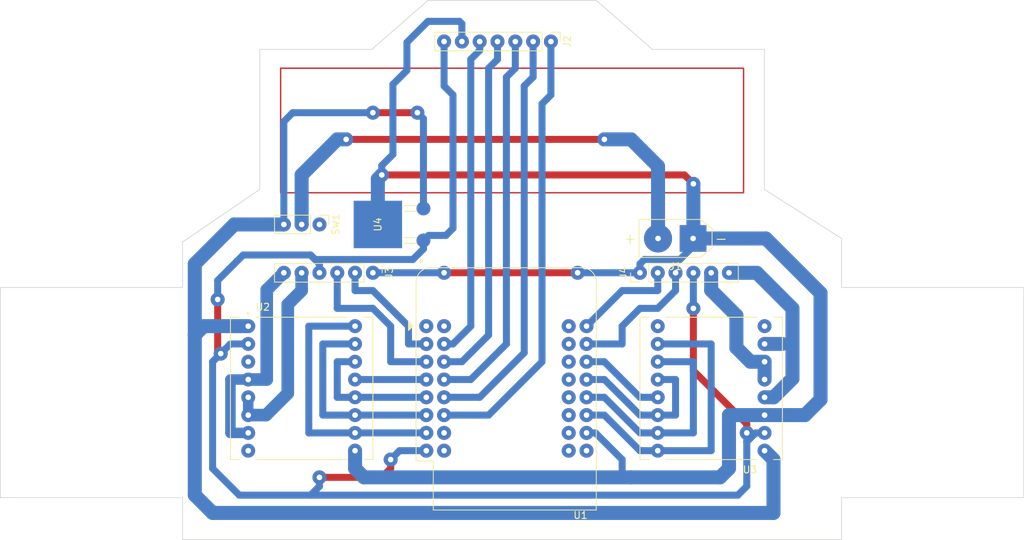
<source format=kicad_pcb>
(kicad_pcb (version 20221018) (generator pcbnew)
  (layers (0 "F.Cu" signal) (31 "B.Cu" signal) (34 "B.Paste" user) (35 "F.Paste" user) (36 "B.SilkS" user "B.Silkscreen") (37 "F.SilkS" user "F.Silkscreen") (38 "B.Mask" user) (39 "F.Mask" user) (44 "Edge.Cuts" user))
  (net 0 "")
  (net 2 "GND")
  (net 3 "BATT")
  (net 4 "OUTB_LEFT")
  (net 5 "OUTA_LEFT")
  (net 6 "STBY_LEFT")
  (net 7 "IN2_LEFT")
  (net 9 "IN1_LEFT")
  (net 10 "+3.3V")
  (net 11 "PWM_RIGH")
  (net 12 "IN1_RIGH")
  (net 13 "IN2_RIGH")
  (net 14 "STBY_RIGH")
  (net 15 "OUTA_RIGH")
  (net 17 "OUTB_RIGH")
  (net 18 "ADC")
  (net 19 "MUX1")
  (net 20 "MUX2")
  (net 21 "MUX3")
  (net 22 "MUX4")
  (net 31 "PWM_LEFT")
  (net 32 "M1_LEFT")
  (net 33 "M2_LEFT")
  (net 34 "M1_RIGH")
  (net 35 "M2_RIGH")
  (net 37 "Net-(J1-Pin_2)")
  (footprint "Footprint:TB6612FNG_MODULE" (layer "F.Cu") (at 152.4 105.41 180)
    (fp_text reference "U3" (at -5.5332 -11.6132) (layer "F.SilkS"))
    (fp_text value "MOTOR_RIGH")
    (fp_line (start -10.16 -10.16) (end -10.16 10.16) (stroke (width 0.127)) (layer "F.SilkS"))
    (fp_line (start -8.89 -10.16) (end -10.16 -10.16) (stroke (width 0.127)) (layer "F.SilkS"))
    (fp_line (start -8.89 10.16) (end -10.16 10.16) (stroke (width 0.127)) (layer "F.SilkS"))
    (fp_line (start -6.5 -10.16) (end 6.5 -10.16) (stroke (width 0.127)) (layer "F.SilkS"))
    (fp_line (start -6.5 10.16) (end 6.5 10.16) (stroke (width 0.127)) (layer "F.SilkS"))
    (fp_line (start 8.89 -10.16) (end 10.16 -10.16) (stroke (width 0.127)) (layer "F.SilkS"))
    (fp_line (start 8.89 10.16) (end 10.16 10.16) (stroke (width 0.127)) (layer "F.SilkS"))
    (fp_line (start 10.16 10.16) (end 10.16 -10.16) (stroke (width 0.127)) (layer "F.SilkS"))
    (fp_circle (center -7.62 -10.7282) (end -7.52 -10.7282) (stroke (width 0.2)) (fill none) (layer "F.SilkS"))
    (pad "1" thru_hole circle (at -7.62 -8.89 180) (size 1.98 1.98) (drill 0.8) (layers "*.Cu" "*.Mask") (net 3 "BATT"))
    (pad "2" thru_hole circle (at -7.62 -6.35 180) (size 1.98 1.98) (drill 0.8) (layers "*.Cu" "*.Mask") (net 10 "+3.3V"))
    (pad "3" thru_hole circle (at -7.62 -3.81 180) (size 1.98 1.98) (drill 0.8) (layers "*.Cu" "*.Mask") (net 2 "GND"))
    (pad "4" thru_hole circle (at -7.62 -1.27 180) (size 1.98 1.98) (drill 0.8) (layers "*.Cu" "*.Mask") (net 34 "M1_RIGH"))
    (pad "5" thru_hole circle (at -7.62 1.27 180) (size 1.98 1.98) (drill 0.8) (layers "*.Cu" "*.Mask") (net 35 "M2_RIGH"))
    (pad "6" thru_hole circle (at -7.62 3.81 180) (size 1.98 1.98) (drill 0.8) (layers "*.Cu" "*.Mask") (net 35 "M2_RIGH"))
    (pad "7" thru_hole circle (at -7.62 6.35 180) (size 1.98 1.98) (drill 0.8) (layers "*.Cu" "*.Mask") (net 34 "M1_RIGH"))
    (pad "8" thru_hole circle (at -7.62 8.89 180) (size 1.98 1.98) (drill 0.8) (layers "*.Cu" "*.Mask") (net 2 "GND"))
    (pad "9" thru_hole circle (at 7.62 8.89 180) (size 1.98 1.98) (drill 0.8) (layers "*.Cu" "*.Mask") (net 2 "GND"))
    (pad "10" thru_hole circle (at 7.62 6.35 180) (size 1.98 1.98) (drill 0.8) (layers "*.Cu" "*.Mask") (net 11 "PWM_RIGH"))
    (pad "11" thru_hole circle (at 7.62 3.81 180) (size 1.98 1.98) (drill 0.8) (layers "*.Cu" "*.Mask") (net 13 "IN2_RIGH"))
    (pad "12" thru_hole circle (at 7.62 1.27 180) (size 1.98 1.98) (drill 0.8) (layers "*.Cu" "*.Mask") (net 12 "IN1_RIGH"))
    (pad "13" thru_hole circle (at 7.62 -1.27 180) (size 1.98 1.98) (drill 0.8) (layers "*.Cu" "*.Mask") (net 14 "STBY_RIGH"))
    (pad "14" thru_hole circle (at 7.62 -3.81 180) (size 1.98 1.98) (drill 0.8) (layers "*.Cu" "*.Mask") (net 12 "IN1_RIGH"))
    (pad "15" thru_hole circle (at 7.62 -6.35 180) (size 1.98 1.98) (drill 0.8) (layers "*.Cu" "*.Mask") (net 13 "IN2_RIGH"))
    (pad "16" thru_hole circle (at 7.62 -8.89 180) (size 1.98 1.98) (drill 0.8) (layers "*.Cu" "*.Mask") (net 11 "PWM_RIGH"))
  )
  (footprint "Connectors_XT30-60:AMASS_XT30U-F_1x02_P5.0mm_Vertical" (layer "F.Cu") (at 149.82 84 180)
    (fp_text reference "J1" (at 2.5 -4) (layer "F.SilkS"))
    (fp_text value "BATT")
    (fp_text user "-" (at -4 0) (layer "F.SilkS") (effects (font (size 1.5 1.5))))
    (fp_text user "+" (at 9 0) (layer "F.SilkS") (effects (font (size 1.5 1.5))))
    (fp_line (start -2.71 -1.41) (end -2.71 1.41) (stroke (width 0.12)) (layer "F.SilkS"))
    (fp_line (start -2.71 -1.41) (end -1.01 -2.71) (stroke (width 0.12)) (layer "F.SilkS"))
    (fp_line (start -2.71 1.41) (end -1.01 2.71) (stroke (width 0.12)) (layer "F.SilkS"))
    (fp_line (start -1.01 -2.71) (end 7.71 -2.71) (stroke (width 0.12)) (layer "F.SilkS"))
    (fp_line (start -1.01 2.71) (end 7.71 2.71) (stroke (width 0.12)) (layer "F.SilkS"))
    (fp_line (start 7.71 -2.71) (end 7.71 2.71) (stroke (width 0.12)) (layer "F.SilkS"))
    (pad "1" thru_hole rect (at 0 0 180) (size 3.8 3.8) (drill 0.8) (layers "*.Cu" "*.Mask") (net 2 "GND"))
    (pad "2" thru_hole circle (at 5 0 180) (size 4 4) (drill 0.8) (layers "*.Cu" "*.Mask") (net 37 "Net-(J1-Pin_2)"))
  )
  (footprint "Connector_PinHeader_2.54mm:PinHeader_1x06_P2.54mm_Vertical" (layer "F.Cu") (at 142.24 88.9 90)
    (fp_text reference "J4" (at 0 -2.33 90) (layer "F.SilkS"))
    (fp_text value "ENODER_RIGH")
    (fp_line (start -1.33 -1.33) (end 0 -1.33) (stroke (width 0.12)) (layer "F.SilkS"))
    (fp_line (start -1.33 0) (end -1.33 -1.33) (stroke (width 0.12)) (layer "F.SilkS"))
    (fp_line (start -1.33 1.27) (end -1.33 14.03) (stroke (width 0.12)) (layer "F.SilkS"))
    (fp_line (start -1.33 1.27) (end 1.33 1.27) (stroke (width 0.12)) (layer "F.SilkS"))
    (fp_line (start -1.33 14.03) (end 1.33 14.03) (stroke (width 0.12)) (layer "F.SilkS"))
    (fp_line (start 1.33 1.27) (end 1.33 14.03) (stroke (width 0.12)) (layer "F.SilkS"))
    (pad "1" thru_hole circle (at 0 0 90) (size 2 2) (drill 0.8) (layers "*.Cu" "*.Mask") (net 2 "GND"))
    (pad "2" thru_hole circle (at 0 2.54 90) (size 2 2) (drill 0.8) (layers "*.Cu" "*.Mask") (net 17 "OUTB_RIGH"))
    (pad "3" thru_hole circle (at 0 5.08 90) (size 2 2) (drill 0.8) (layers "*.Cu" "*.Mask") (net 15 "OUTA_RIGH"))
    (pad "4" thru_hole circle (at 0 7.62 90) (size 2 2) (drill 0.8) (layers "*.Cu" "*.Mask") (net 10 "+3.3V"))
    (pad "5" thru_hole circle (at 0 10.16 90) (size 2 2) (drill 0.8) (layers "*.Cu" "*.Mask") (net 35 "M2_RIGH"))
    (pad "6" thru_hole circle (at 0 12.7 90) (size 2 2) (drill 0.8) (layers "*.Cu" "*.Mask") (net 34 "M1_RIGH"))
  )
  (footprint "Connector_PinHeader_2.54mm:PinHeader_1x03_P2.54mm_Vertical" (layer "F.Cu") (at 96.525 82 -90)
    (fp_text reference "SW1" (at 0 -2.33 90) (layer "F.SilkS"))
    (fp_text value "Switch")
    (fp_line (start -1.33 -1.33) (end 0 -1.33) (stroke (width 0.12)) (layer "F.SilkS"))
    (fp_line (start -1.33 0) (end -1.33 -1.33) (stroke (width 0.12)) (layer "F.SilkS"))
    (fp_line (start -1.33 1.27) (end -1.33 6.41) (stroke (width 0.12)) (layer "F.SilkS"))
    (fp_line (start -1.33 1.27) (end 1.33 1.27) (stroke (width 0.12)) (layer "F.SilkS"))
    (fp_line (start -1.33 6.41) (end 1.33 6.41) (stroke (width 0.12)) (layer "F.SilkS"))
    (fp_line (start 1.33 1.27) (end 1.33 6.41) (stroke (width 0.12)) (layer "F.SilkS"))
    (pad "1" thru_hole circle (at 0 0 270) (size 2 2) (drill 0.8) (layers "*.Cu" "*.Mask"))
    (pad "2" thru_hole circle (at 0 2.54 270) (size 2 2) (drill 0.8) (layers "*.Cu" "*.Mask") (net 37 "Net-(J1-Pin_2)"))
    (pad "3" thru_hole circle (at 0 5.08 270) (size 2 2) (drill 0.8) (layers "*.Cu" "*.Mask") (net 3 "BATT"))
  )
  (footprint "Footprint:TB6612FNG_MODULE" (layer "F.Cu") (at 93.98 105.41)
    (fp_text reference "U2" (at -5.5332 -11.6132) (layer "F.SilkS"))
    (fp_text value "MOTOR_LEFT")
    (fp_line (start -10.16 -10.16) (end -10.16 10.16) (stroke (width 0.127)) (layer "F.SilkS"))
    (fp_line (start -8.89 -10.16) (end -10.16 -10.16) (stroke (width 0.127)) (layer "F.SilkS"))
    (fp_line (start -8.89 10.16) (end -10.16 10.16) (stroke (width 0.127)) (layer "F.SilkS"))
    (fp_line (start -6.5 -10.16) (end 6.5 -10.16) (stroke (width 0.127)) (layer "F.SilkS"))
    (fp_line (start -6.5 10.16) (end 6.5 10.16) (stroke (width 0.127)) (layer "F.SilkS"))
    (fp_line (start 8.89 -10.16) (end 10.16 -10.16) (stroke (width 0.127)) (layer "F.SilkS"))
    (fp_line (start 8.89 10.16) (end 10.16 10.16) (stroke (width 0.127)) (layer "F.SilkS"))
    (fp_line (start 10.16 10.16) (end 10.16 -10.16) (stroke (width 0.127)) (layer "F.SilkS"))
    (fp_circle (center -7.62 -10.7282) (end -7.52 -10.7282) (stroke (width 0.2)) (fill none) (layer "F.SilkS"))
    (pad "1" thru_hole circle (at -7.62 -8.89) (size 1.98 1.98) (drill 0.8) (layers "*.Cu" "*.Mask") (net 3 "BATT"))
    (pad "2" thru_hole circle (at -7.62 -6.35) (size 1.98 1.98) (drill 0.8) (layers "*.Cu" "*.Mask") (net 10 "+3.3V"))
    (pad "3" thru_hole circle (at -7.62 -3.81) (size 1.98 1.98) (drill 0.8) (layers "*.Cu" "*.Mask") (net 2 "GND"))
    (pad "4" thru_hole circle (at -7.62 -1.27) (size 1.98 1.98) (drill 0.8) (layers "*.Cu" "*.Mask") (net 32 "M1_LEFT"))
    (pad "5" thru_hole circle (at -7.62 1.27) (size 1.98 1.98) (drill 0.8) (layers "*.Cu" "*.Mask") (net 33 "M2_LEFT"))
    (pad "6" thru_hole circle (at -7.62 3.81) (size 1.98 1.98) (drill 0.8) (layers "*.Cu" "*.Mask") (net 33 "M2_LEFT"))
    (pad "7" thru_hole circle (at -7.62 6.35) (size 1.98 1.98) (drill 0.8) (layers "*.Cu" "*.Mask") (net 32 "M1_LEFT"))
    (pad "8" thru_hole circle (at -7.62 8.89) (size 1.98 1.98) (drill 0.8) (layers "*.Cu" "*.Mask") (net 2 "GND"))
    (pad "9" thru_hole circle (at 7.62 8.89) (size 1.98 1.98) (drill 0.8) (layers "*.Cu" "*.Mask") (net 2 "GND"))
    (pad "10" thru_hole circle (at 7.62 6.35) (size 1.98 1.98) (drill 0.8) (layers "*.Cu" "*.Mask") (net 31 "PWM_LEFT"))
    (pad "11" thru_hole circle (at 7.62 3.81) (size 1.98 1.98) (drill 0.8) (layers "*.Cu" "*.Mask") (net 7 "IN2_LEFT"))
    (pad "12" thru_hole circle (at 7.62 1.27) (size 1.98 1.98) (drill 0.8) (layers "*.Cu" "*.Mask") (net 9 "IN1_LEFT"))
    (pad "13" thru_hole circle (at 7.62 -1.27) (size 1.98 1.98) (drill 0.8) (layers "*.Cu" "*.Mask") (net 6 "STBY_LEFT"))
    (pad "14" thru_hole circle (at 7.62 -3.81) (size 1.98 1.98) (drill 0.8) (layers "*.Cu" "*.Mask") (net 9 "IN1_LEFT"))
    (pad "15" thru_hole circle (at 7.62 -6.35) (size 1.98 1.98) (drill 0.8) (layers "*.Cu" "*.Mask") (net 7 "IN2_LEFT"))
    (pad "16" thru_hole circle (at 7.62 -8.89) (size 1.98 1.98) (drill 0.8) (layers "*.Cu" "*.Mask") (net 31 "PWM_LEFT"))
  )
  (footprint "Connector_PinHeader_2.54mm:PinHeader_1x07_P2.54mm_Vertical" (layer "F.Cu") (at 129.54 55.88 -90)
    (fp_text reference "J2" (at 0 -2.33 90) (layer "F.SilkS"))
    (fp_text value "Conn_01x07")
    (fp_line (start -1.33 -1.33) (end 0 -1.33) (stroke (width 0.12)) (layer "F.SilkS"))
    (fp_line (start -1.33 0) (end -1.33 -1.33) (stroke (width 0.12)) (layer "F.SilkS"))
    (fp_line (start -1.33 1.27) (end -1.33 16.57) (stroke (width 0.12)) (layer "F.SilkS"))
    (fp_line (start -1.33 1.27) (end 1.33 1.27) (stroke (width 0.12)) (layer "F.SilkS"))
    (fp_line (start -1.33 16.57) (end 1.33 16.57) (stroke (width 0.12)) (layer "F.SilkS"))
    (fp_line (start 1.33 1.27) (end 1.33 16.57) (stroke (width 0.12)) (layer "F.SilkS"))
    (pad "1" thru_hole circle (at 0 0 270) (size 2 2) (drill 0.8) (layers "*.Cu" "*.Mask") (net 22 "MUX4"))
    (pad "2" thru_hole circle (at 0 2.54 270) (size 2 2) (drill 0.8) (layers "*.Cu" "*.Mask") (net 21 "MUX3"))
    (pad "3" thru_hole circle (at 0 5.08 270) (size 2 2) (drill 0.8) (layers "*.Cu" "*.Mask") (net 20 "MUX2"))
    (pad "4" thru_hole circle (at 0 7.62 270) (size 2 2) (drill 0.8) (layers "*.Cu" "*.Mask") (net 19 "MUX1"))
    (pad "5" thru_hole circle (at 0 10.16 270) (size 2 2) (drill 0.8) (layers "*.Cu" "*.Mask") (net 18 "ADC"))
    (pad "6" thru_hole circle (at 0 12.7 270) (size 2 2) (drill 0.8) (layers "*.Cu" "*.Mask") (net 2 "GND"))
    (pad "7" thru_hole circle (at 0 15.24 270) (size 2 2) (drill 0.8) (layers "*.Cu" "*.Mask") (net 10 "+3.3V"))
  )
  (footprint "Module:WEMOS_S2_mini" (layer "F.Cu") (at 111.76 96.52)
    (fp_text reference "U1" (at 22 27) (layer "F.SilkS"))
    (fp_text value "WeMos_S2_mini")
    (fp_line (start -1.45 19.25) (end -1.45 -6.3) (stroke (width 0.12)) (layer "F.SilkS"))
    (fp_line (start -1.45 19.25) (end 1 19.25) (stroke (width 0.12)) (layer "F.SilkS"))
    (fp_line (start 1 19.25) (end 1 26.25) (stroke (width 0.12)) (layer "F.SilkS"))
    (fp_line (start 1 26.25) (end 24.25 26.25) (stroke (width 0.12)) (layer "F.SilkS"))
    (fp_line (start 22.2 -8.35) (end 0.6 -8.35) (stroke (width 0.12)) (layer "F.SilkS"))
    (fp_line (start 24.25 26.25) (end 24.25 -6.3) (stroke (width 0.12)) (layer "F.SilkS"))
    (fp_arc (start -1.45 -6.3) (mid -0.849569 -7.749569) (end 0.6 -8.35) (stroke (width 0.12)) (layer "F.SilkS"))
    (fp_arc (start 22.2 -8.35) (mid 23.649569 -7.749569) (end 24.25 -6.3) (stroke (width 0.12)) (layer "F.SilkS"))
    (fp_poly (pts (xy -2.54 -0.635) (xy -2.54 0.635) (xy -1.905 0)) (stroke (width 0.12)) (fill solid) (layer "F.SilkS"))
    (pad "1" thru_hole circle (at 0 0) (size 2 2) (drill 0.8) (layers "*.Cu" "*.Mask"))
    (pad "2" thru_hole circle (at 0 2.54) (size 2 2) (drill 0.8) (layers "*.Cu" "*.Mask") (net 4 "OUTB_LEFT"))
    (pad "3" thru_hole circle (at 0 5.08) (size 2 2) (drill 0.8) (layers "*.Cu" "*.Mask") (net 5 "OUTA_LEFT"))
    (pad "4" thru_hole circle (at 0 7.62) (size 2 2) (drill 0.8) (layers "*.Cu" "*.Mask") (net 6 "STBY_LEFT"))
    (pad "5" thru_hole circle (at 0 10.16) (size 2 2) (drill 0.8) (layers "*.Cu" "*.Mask") (net 9 "IN1_LEFT"))
    (pad "6" thru_hole circle (at 0 12.7) (size 2 2) (drill 0.8) (layers "*.Cu" "*.Mask") (net 7 "IN2_LEFT"))
    (pad "7" thru_hole circle (at 0 15.24) (size 2 2) (drill 0.8) (layers "*.Cu" "*.Mask") (net 31 "PWM_LEFT"))
    (pad "8" thru_hole circle (at 0 17.78) (size 2 2) (drill 0.8) (layers "*.Cu" "*.Mask") (net 10 "+3.3V"))
    (pad "9" thru_hole circle (at 22.86 17.78) (size 2 2) (drill 0.8) (layers "*.Cu" "*.Mask"))
    (pad "10" thru_hole circle (at 22.86 15.24) (size 2 2) (drill 0.8) (layers "*.Cu" "*.Mask") (net 2 "GND"))
    (pad "11" thru_hole circle (at 22.86 12.7) (size 2 2) (drill 0.8) (layers "*.Cu" "*.Mask") (net 11 "PWM_RIGH"))
    (pad "12" thru_hole circle (at 22.86 10.16) (size 2 2) (drill 0.8) (layers "*.Cu" "*.Mask") (net 13 "IN2_RIGH"))
    (pad "13" thru_hole circle (at 22.86 7.62) (size 2 2) (drill 0.8) (layers "*.Cu" "*.Mask") (net 12 "IN1_RIGH"))
    (pad "14" thru_hole circle (at 22.86 5.08) (size 2 2) (drill 0.8) (layers "*.Cu" "*.Mask") (net 14 "STBY_RIGH"))
    (pad "15" thru_hole circle (at 22.86 2.54) (size 2 2) (drill 0.8) (layers "*.Cu" "*.Mask") (net 15 "OUTA_RIGH"))
    (pad "16" thru_hole circle (at 22.86 0) (size 2 2) (drill 0.8) (layers "*.Cu" "*.Mask") (net 17 "OUTB_RIGH"))
    (pad "17" thru_hole circle (at 2.54 0) (size 2 2) (drill 0.8) (layers "*.Cu" "*.Mask"))
    (pad "18" thru_hole circle (at 2.54 2.54) (size 2 2) (drill 0.8) (layers "*.Cu" "*.Mask") (net 18 "ADC"))
    (pad "19" thru_hole circle (at 2.54 5.08) (size 2 2) (drill 0.8) (layers "*.Cu" "*.Mask") (net 19 "MUX1"))
    (pad "20" thru_hole circle (at 2.54 7.62) (size 2 2) (drill 0.8) (layers "*.Cu" "*.Mask") (net 20 "MUX2"))
    (pad "21" thru_hole circle (at 2.54 10.16) (size 2 2) (drill 0.8) (layers "*.Cu" "*.Mask") (net 21 "MUX3"))
    (pad "22" thru_hole circle (at 2.54 12.7) (size 2 2) (drill 0.8) (layers "*.Cu" "*.Mask") (net 22 "MUX4"))
    (pad "23" thru_hole circle (at 2.54 15.24) (size 2 2) (drill 0.8) (layers "*.Cu" "*.Mask"))
    (pad "24" thru_hole circle (at 2.54 17.78) (size 2 2) (drill 0.8) (layers "*.Cu" "*.Mask"))
    (pad "25" thru_hole circle (at 20.32 17.78) (size 2 2) (drill 0.8) (layers "*.Cu" "*.Mask"))
    (pad "26" thru_hole circle (at 20.32 15.24) (size 2 2) (drill 0.8) (layers "*.Cu" "*.Mask") (net 2 "GND"))
    (pad "27" thru_hole circle (at 20.32 12.7) (size 2 2) (drill 0.8) (layers "*.Cu" "*.Mask"))
    (pad "28" thru_hole circle (at 20.32 10.16) (size 2 2) (drill 0.8) (layers "*.Cu" "*.Mask"))
    (pad "29" thru_hole circle (at 20.32 7.62) (size 2 2) (drill 0.8) (layers "*.Cu" "*.Mask"))
    (pad "30" thru_hole circle (at 20.32 5.08) (size 2 2) (drill 0.8) (layers "*.Cu" "*.Mask"))
    (pad "31" thru_hole circle (at 20.32 2.54) (size 2 2) (drill 0.8) (layers "*.Cu" "*.Mask"))
    (pad "32" thru_hole circle (at 20.32 0) (size 2 2) (drill 0.8) (layers "*.Cu" "*.Mask"))
  )
  (footprint "footprints:LP38690" (layer "F.Cu") (at 104.854 82 90)
    (fp_text reference "U4" (at 0 0 90 unlocked) (layer "F.SilkS"))
    (fp_text value "LP38690DT-3.3/NOPB")
    (fp_text user "*" (at -5.205001 6.5024 90 unlocked) (layer "F.SilkS"))
    (fp_text user "*" (at -5.205001 6.5024 90) (layer "F.SilkS"))
    (fp_line (start -2.704099 3.78714) (end -2.704099 5.542801) (stroke (width 0.1524)) (layer "F.SilkS"))
    (fp_line (start -1.865899 3.78714) (end -1.865899 5.542801) (stroke (width 0.1524)) (layer "F.SilkS"))
    (fp_line (start 1.865899 3.78714) (end 1.865899 5.542801) (stroke (width 0.1524)) (layer "F.SilkS"))
    (fp_line (start 2.704099 3.78714) (end 2.704099 5.542801) (stroke (width 0.1524)) (layer "F.SilkS"))
    (pad "1" smd circle (at -2.285 6.5024 90) (size 2 2) (layers "B.Cu" "F.Paste" "F.Mask") (net 10 "+3.3V"))
    (pad "2" smd rect (at 0 0 90) (size 6.7818 6.9088) (layers "B.Cu" "F.Paste" "F.Mask") (net 2 "GND"))
    (pad "3" smd circle (at 2.285 6.5024 90) (size 2 2) (layers "B.Cu" "F.Paste" "F.Mask") (net 3 "BATT"))
  )
  (footprint "Connector_PinHeader_2.54mm:PinHeader_1x06_P2.54mm_Vertical" (layer "F.Cu") (at 104.14 88.9 -90)
    (fp_text reference "J3" (at 0 -2.33 90) (layer "F.SilkS"))
    (fp_text value "ENODER_LEFT")
    (fp_line (start -1.33 -1.33) (end 0 -1.33) (stroke (width 0.12)) (layer "F.SilkS"))
    (fp_line (start -1.33 0) (end -1.33 -1.33) (stroke (width 0.12)) (layer "F.SilkS"))
    (fp_line (start -1.33 1.27) (end -1.33 14.03) (stroke (width 0.12)) (layer "F.SilkS"))
    (fp_line (start -1.33 1.27) (end 1.33 1.27) (stroke (width 0.12)) (layer "F.SilkS"))
    (fp_line (start -1.33 14.03) (end 1.33 14.03) (stroke (width 0.12)) (layer "F.SilkS"))
    (fp_line (start 1.33 1.27) (end 1.33 14.03) (stroke (width 0.12)) (layer "F.SilkS"))
    (pad "1" thru_hole circle (at 0 0 270) (size 2 2) (drill 0.8) (layers "*.Cu" "*.Mask") (net 2 "GND"))
    (pad "2" thru_hole circle (at 0 2.54 270) (size 2 2) (drill 0.8) (layers "*.Cu" "*.Mask") (net 4 "OUTB_LEFT"))
    (pad "3" thru_hole circle (at 0 5.08 270) (size 2 2) (drill 0.8) (layers "*.Cu" "*.Mask") (net 5 "OUTA_LEFT"))
    (pad "4" thru_hole circle (at 0 7.62 270) (size 2 2) (drill 0.8) (layers "*.Cu" "*.Mask") (net 10 "+3.3V"))
    (pad "5" thru_hole circle (at 0 10.16 270) (size 2 2) (drill 0.8) (layers "*.Cu" "*.Mask") (net 33 "M2_LEFT"))
    (pad "6" thru_hole circle (at 0 12.7 270) (size 2 2) (drill 0.8) (layers "*.Cu" "*.Mask") (net 32 "M1_LEFT"))
  )
  (gr_rect (start 90.98 59.69) (end 157.02 77.47) (stroke (width 0.2)) (fill none) (layer "F.Cu"))
  (gr_line (start 51 121) (end 53 121) (stroke (width 0.1)) (layer "Edge.Cuts"))
  (gr_line (start 51 106) (end 51 121) (stroke (width 0.1)) (layer "Edge.Cuts"))
  (gr_line (start 104 57) (end 88 57) (stroke (width 0.1)) (layer "Edge.Cuts"))
  (gr_line (start 51 91) (end 51 106) (stroke (width 0.1)) (layer "Edge.Cuts"))
  (gr_line (start 77 91) (end 77 84.5) (stroke (width 0.1)) (layer "Edge.Cuts"))
  (gr_line (start 160 77) (end 160 57) (stroke (width 0.1)) (layer "Edge.Cuts"))
  (gr_line (start 77 121) (end 53 121) (stroke (width 0.1)) (layer "Edge.Cuts"))
  (gr_line (start 124 50) (end 136 50) (stroke (width 0.1)) (layer "Edge.Cuts"))
  (gr_line (start 51 91) (end 77 91) (stroke (width 0.1)) (layer "Edge.Cuts"))
  (gr_line (start 171 84) (end 160 77) (stroke (width 0.1)) (layer "Edge.Cuts"))
  (gr_line (start 171 121) (end 171 127) (stroke (width 0.1)) (layer "Edge.Cuts"))
  (gr_line (start 171 91) (end 171 84) (stroke (width 0.1)) (layer "Edge.Cuts"))
  (gr_line (start 77 121) (end 77 127) (stroke (width 0.1)) (layer "Edge.Cuts"))
  (gr_line (start 144 57) (end 136 50) (stroke (width 0.1)) (layer "Edge.Cuts"))
  (gr_line (start 124 50) (end 112 50) (stroke (width 0.1)) (layer "Edge.Cuts"))
  (gr_line (start 77 127) (end 171 127) (stroke (width 0.1)) (layer "Edge.Cuts"))
  (gr_line (start 197 91) (end 171 91) (stroke (width 0.1)) (layer "Edge.Cuts"))
  (gr_line (start 112 50) (end 104 57) (stroke (width 0.1)) (layer "Edge.Cuts"))
  (gr_line (start 197 91) (end 197 121) (stroke (width 0.1)) (layer "Edge.Cuts"))
  (gr_line (start 197 121) (end 171 121) (stroke (width 0.1)) (layer "Edge.Cuts"))
  (gr_line (start 88 77) (end 88 57) (stroke (width 0.1)) (layer "Edge.Cuts"))
  (gr_line (start 160 57) (end 144 57) (stroke (width 0.1)) (layer "Edge.Cuts"))
  (gr_line (start 77 84.5) (end 88 77) (stroke (width 0.1)) (layer "Edge.Cuts"))
  (segment (start 105.41 74.93) (end 148.59 74.93) (width 1) (layer "F.Cu") (net 2))
  (segment (start 148.59 74.93) (end 149.86 76.2) (width 1) (layer "F.Cu") (net 2))
  (segment (start 114.3 88.9) (end 133.35 88.9) (width 1) (layer "F.Cu") (net 2))
  (via (at 149.86 76.2) (size 2) (drill 0.8) (layers "F.Cu" "B.Cu") (net 2))
  (via (at 114.3 88.9) (size 2) (drill 0.8) (layers "F.Cu" "B.Cu") (net 2))
  (via (at 105.41 74.93) (size 2) (drill 0.8) (layers "F.Cu" "B.Cu") (net 2))
  (via (at 133.35 88.9) (size 2) (drill 0.8) (layers "F.Cu" "B.Cu") (net 2))
  (segment (start 149.82 84) (end 160.2 84) (width 2) (layer "B.Cu") (net 2))
  (segment (start 104.854 75.486) (end 105.41 74.93) (width 2) (layer "B.Cu") (net 2))
  (segment (start 154.94 109.22) (end 160.02 109.22) (width 2) (layer "B.Cu") (net 2))
  (segment (start 116.84 55.88) (end 116.84 53.34) (width 1) (layer "B.Cu") (net 2))
  (segment (start 104.14 88.9) (end 114.3 88.9) (width 1) (layer "B.Cu") (net 2))
  (segment (start 135.89 111.76) (end 139.7 115.57) (width 1) (layer "B.Cu") (net 2))
  (segment (start 109 56) (end 109 60) (width 1) (layer "B.Cu") (net 2))
  (segment (start 168 91.8) (end 168 107) (width 2) (layer "B.Cu") (net 2))
  (segment (start 168 107) (end 165.78 109.22) (width 2) (layer "B.Cu") (net 2))
  (segment (start 140.97 118.11) (end 153.67 118.11) (width 2) (layer "B.Cu") (net 2))
  (segment (start 102.87 118.11) (end 140.97 118.11) (width 2) (layer "B.Cu") (net 2))
  (segment (start 160.2 84) (end 168 91.8) (width 2) (layer "B.Cu") (net 2))
  (segment (start 153.67 118.11) (end 154.94 116.84) (width 2) (layer "B.Cu") (net 2))
  (segment (start 142.24 87.63) (end 142.24 88.9) (width 1) (layer "B.Cu") (net 2))
  (segment (start 101.6 116.84) (end 102.87 118.11) (width 2) (layer "B.Cu") (net 2))
  (segment (start 112 53) (end 109 56) (width 1) (layer "B.Cu") (net 2))
  (segment (start 142.87 87) (end 142.24 87.63) (width 1) (layer "B.Cu") (net 2))
  (segment (start 149.82 85.13) (end 147.95 87) (width 1) (layer "B.Cu") (net 2))
  (segment (start 134.62 111.76) (end 135.89 111.76) (width 1) (layer "B.Cu") (net 2))
  (segment (start 107.394 80.01) (end 104.854 82.55) (width 1) (layer "B.Cu") (net 2))
  (segment (start 154.94 116.84) (end 154.94 109.22) (width 2) (layer "B.Cu") (net 2))
  (segment (start 107 62) (end 107 72) (width 1) (layer "B.Cu") (net 2))
  (segment (start 133.35 88.9) (end 142.24 88.9) (width 1) (layer "B.Cu") (net 2))
  (segment (start 107 72) (end 105.41 73.59) (width 1) (layer "B.Cu") (net 2))
  (segment (start 104.854 81.28) (end 104.854 75.486) (width 2) (layer "B.Cu") (net 2))
  (segment (start 116.5 53) (end 112 53) (width 1) (layer "B.Cu") (net 2))
  (segment (start 101.6 114.3) (end 101.6 116.84) (width 2) (layer "B.Cu") (net 2))
  (segment (start 147.95 87) (end 142.87 87) (width 1) (layer "B.Cu") (net 2))
  (segment (start 105.41 73.59) (end 105.41 74.93) (width 1) (layer "B.Cu") (net 2))
  (segment (start 116.84 53.34) (end 116.5 53) (width 1) (layer "B.Cu") (net 2))
  (segment (start 149.86 83.96) (end 149.86 76.2) (width 2) (layer "B.Cu") (net 2))
  (segment (start 149.82 84) (end 149.82 85.13) (width 1) (layer "B.Cu") (net 2))
  (segment (start 139.7 115.57) (end 139.7 118.11) (width 1) (layer "B.Cu") (net 2))
  (segment (start 165.78 109.22) (end 160.02 109.22) (width 2) (layer "B.Cu") (net 2))
  (segment (start 109 60) (end 107 62) (width 1) (layer "B.Cu") (net 2))
  (segment (start 149.82 84) (end 149.86 83.96) (width 1) (layer "B.Cu") (net 2))
  (segment (start 110.49 66.04) (end 104.14 66.04) (width 1) (layer "F.Cu") (net 3))
  (via (at 104.14 66.04) (size 2) (drill 0.8) (layers "F.Cu" "B.Cu") (net 3))
  (via (at 110.49 66.04) (size 2) (drill 0.8) (layers "F.Cu" "B.Cu") (net 3))
  (segment (start 81.28 123.19) (end 78.74 120.65) (width 2) (layer "B.Cu") (net 3))
  (segment (start 161.29 123.19) (end 81.28 123.19) (width 2) (layer "B.Cu") (net 3))
  (segment (start 92.71 66.04) (end 104.14 66.04) (width 1) (layer "B.Cu") (net 3))
  (segment (start 91.44 81.995) (end 91.44 67.31) (width 1) (layer "B.Cu") (net 3))
  (segment (start 161.29 115.57) (end 161.29 123.19) (width 2) (layer "B.Cu") (net 3))
  (segment (start 111.3564 79.715) (end 111.3564 66.9064) (width 1) (layer "B.Cu") (net 3))
  (segment (start 78.74 97.79) (end 80.01 96.52) (width 2) (layer "B.Cu") (net 3))
  (segment (start 78.74 120.65) (end 78.74 97.79) (width 2) (layer "B.Cu") (net 3))
  (segment (start 91.445 82) (end 84.37 82) (width 2) (layer "B.Cu") (net 3))
  (segment (start 80.01 96.52) (end 86.36 96.52) (width 2) (layer "B.Cu") (net 3))
  (segment (start 91.44 67.31) (end 92.71 66.04) (width 1) (layer "B.Cu") (net 3))
  (segment (start 160.02 114.3) (end 161.29 115.57) (width 2) (layer "B.Cu") (net 3))
  (segment (start 78.74 87.63) (end 78.74 97.79) (width 2) (layer "B.Cu") (net 3))
  (segment (start 84.37 82) (end 78.74 87.63) (width 2) (layer "B.Cu") (net 3))
  (segment (start 111.3564 66.9064) (end 110.49 66.04) (width 1) (layer "B.Cu") (net 3))
  (segment (start 91.445 82) (end 91.44 81.995) (width 1) (layer "B.Cu") (net 3))
  (segment (start 104.14 91.44) (end 109.22 96.52) (width 1) (layer "B.Cu") (net 4))
  (segment (start 109.22 96.52) (end 109.22 99.06) (width 1) (layer "B.Cu") (net 4))
  (segment (start 109.22 99.06) (end 111.76 99.06) (width 1) (layer "B.Cu") (net 4))
  (segment (start 101.6 91.44) (end 104.14 91.44) (width 1) (layer "B.Cu") (net 4))
  (segment (start 101.6 88.9) (end 101.6 91.44) (width 1) (layer "B.Cu") (net 4))
  (segment (start 111.76 101.6) (end 106.68 101.6) (width 1) (layer "B.Cu") (net 5))
  (segment (start 106.68 96.52) (end 104.14 93.98) (width 1) (layer "B.Cu") (net 5))
  (segment (start 104.14 93.98) (end 99.06 93.98) (width 1) (layer "B.Cu") (net 5))
  (segment (start 106.68 101.6) (end 106.68 96.52) (width 1) (layer "B.Cu") (net 5))
  (segment (start 99.06 93.98) (end 99.06 88.9) (width 1) (layer "B.Cu") (net 5))
  (segment (start 101.6 104.14) (end 111.76 104.14) (width 1) (layer "B.Cu") (net 6))
  (segment (start 101.6 109.22) (end 111.76 109.22) (width 1) (layer "B.Cu") (net 7))
  (segment (start 97 99.06) (end 97 109.22) (width 1) (layer "B.Cu") (net 7))
  (segment (start 97 109.22) (end 101.6 109.22) (width 1) (layer "B.Cu") (net 7))
  (segment (start 101.6 99.06) (end 97 99.06) (width 1) (layer "B.Cu") (net 7))
  (segment (start 99.06 106.68) (end 101.6 106.68) (width 1) (layer "B.Cu") (net 9))
  (segment (start 101.6 101.6) (end 99.06 101.6) (width 1) (layer "B.Cu") (net 9))
  (segment (start 101.6 106.68) (end 111.76 106.68) (width 1) (layer "B.Cu") (net 9))
  (segment (start 99.06 101.6) (end 99.06 106.68) (width 1) (layer "B.Cu") (net 9))
  (segment (start 157.48 110.49) (end 149.86 102.87) (width 1) (layer "F.Cu") (net 10))
  (segment (start 149.86 102.87) (end 149.86 93.98) (width 1) (layer "F.Cu") (net 10))
  (segment (start 96.52 118.11) (end 105.41 118.11) (width 1) (layer "F.Cu") (net 10))
  (segment (start 106.68 116.84) (end 106.68 115.57) (width 1) (layer "F.Cu") (net 10))
  (segment (start 157.48 111.76) (end 157.48 110.49) (width 1) (layer "F.Cu") (net 10))
  (segment (start 105.41 118.11) (end 106.68 116.84) (width 1) (layer "F.Cu") (net 10))
  (segment (start 82 100) (end 82.44 100.44) (width 1) (layer "F.Cu") (net 10))
  (segment (start 82 92.71) (end 82 100) (width 1) (layer "F.Cu") (net 10))
  (via (at 96.52 118.11) (size 2) (drill 0.8) (layers "F.Cu" "B.Cu") (net 10))
  (via (at 157.48 111.76) (size 2) (drill 0.8) (layers "F.Cu" "B.Cu") (net 10))
  (via (at 82.44 100.44) (size 2) (drill 0.8) (layers "F.Cu" "B.Cu") (net 10))
  (via (at 149.86 93.98) (size 2) (drill 0.8) (layers "F.Cu" "B.Cu") (net 10))
  (via (at 106.68 115.57) (size 2) (drill 0.8) (layers "F.Cu" "B.Cu") (net 10))
  (via (at 82 92.71) (size 2) (drill 0.8) (layers "F.Cu" "B.Cu") (net 10))
  (segment (start 95.89 87) (end 95.25 86.36) (width 1) (layer "B.Cu") (net 10))
  (segment (start 114.3 62.23) (end 115.57 63.5) (width 1) (layer "B.Cu") (net 10))
  (segment (start 85.09 120.65) (end 81.28 116.84) (width 1) (layer "B.Cu") (net 10))
  (segment (start 149.86 93.98) (end 149.86 88.9) (width 1) (layer "B.Cu") (net 10))
  (segment (start 157.48 113.03) (end 157.48 119.38) (width 1) (layer "B.Cu") (net 10))
  (segment (start 115.57 82.55) (end 114.555 83.565) (width 1) (layer "B.Cu") (net 10))
  (segment (start 83.82 99.06) (end 86.36 99.06) (width 1) (layer "B.Cu") (net 10))
  (segment (start 107.95 114.3) (end 106.68 115.57) (width 1) (layer "B.Cu") (net 10))
  (segment (start 111.3564 84.285) (end 111.3564 85.4936) (width 1) (layer "B.Cu") (net 10))
  (segment (start 156.21 120.65) (end 95.25 120.65) (width 1) (layer "B.Cu") (net 10))
  (segment (start 157.48 113.03) (end 157.48 111.76) (width 1) (layer "B.Cu") (net 10))
  (segment (start 95.25 120.65) (end 85.09 120.65) (width 1) (layer "B.Cu") (net 10))
  (segment (start 82 90) (end 85.64 86.36) (width 1) (layer "B.Cu") (net 10))
  (segment (start 112.0764 83.565) (end 111.3564 84.285) (width 1) (layer "B.Cu") (net 10))
  (segment (start 114.3 55.88) (end 114.3 62.23) (width 1) (layer "B.Cu") (net 10))
  (segment (start 111.76 114.3) (end 107.95 114.3) (width 1) (layer "B.Cu") (net 10))
  (segment (start 160.02 111.76) (end 158.75 111.76) (width 1) (layer "B.Cu") (net 10))
  (segment (start 81.28 116.84) (end 81.28 101.6) (width 1) (layer "B.Cu") (net 10))
  (segment (start 96.52 119.38) (end 96.52 118.11) (width 1) (layer "B.Cu") (net 10))
  (segment (start 95.25 120.65) (end 96.52 119.38) (width 1) (layer "B.Cu") (net 10))
  (segment (start 81.28 101.6) (end 83.82 99.06) (width 1) (layer "B.Cu") (net 10))
  (segment (start 85.64 86.36) (end 95.25 86.36) (width 1) (layer "B.Cu") (net 10))
  (segment (start 114.555 83.565) (end 112.0764 83.565) (width 1) (layer "B.Cu") (net 10))
  (segment (start 111.3564 85.4936) (end 109.85 87) (width 1) (layer "B.Cu") (net 10))
  (segment (start 96.52 87.63) (end 95.25 86.36) (width 1) (layer "B.Cu") (net 10))
  (segment (start 157.48 119.38) (end 156.21 120.65) (width 1) (layer "B.Cu") (net 10))
  (segment (start 81.28 101.6) (end 82.44 100.44) (width 1) (layer "B.Cu") (net 10))
  (segment (start 82 92.71) (end 82 90) (width 1) (layer "B.Cu") (net 10))
  (segment (start 158.75 111.76) (end 157.48 113.03) (width 1) (layer "B.Cu") (net 10))
  (segment (start 115.57 63.5) (end 115.57 82.55) (width 1) (layer "B.Cu") (net 10))
  (segment (start 109.85 87) (end 95.89 87) (width 1) (layer "B.Cu") (net 10))
  (segment (start 96.52 88.9) (end 96.52 87.63) (width 1) (layer "B.Cu") (net 10))
  (segment (start 137.16 109.22) (end 142.24 114.3) (width 1) (layer "B.Cu") (net 11))
  (segment (start 152.4 114.3) (end 152.4 99.06) (width 1) (layer "B.Cu") (net 11))
  (segment (start 152.4 99.06) (end 144.78 99.06) (width 1) (layer "B.Cu") (net 11))
  (segment (start 144.78 114.3) (end 152.4 114.3) (width 1) (layer "B.Cu") (net 11))
  (segment (start 142.24 114.3) (end 144.78 114.3) (width 1) (layer "B.Cu") (net 11))
  (segment (start 134.62 109.22) (end 137.16 109.22) (width 1) (layer "B.Cu") (net 11))
  (segment (start 142.24 109.22) (end 137.16 104.14) (width 1) (layer "B.Cu") (net 12))
  (segment (start 137.16 104.14) (end 134.62 104.14) (width 1) (layer "B.Cu") (net 12))
  (segment (start 147.32 109.22) (end 144.78 109.22) (width 1) (layer "B.Cu") (net 12))
  (segment (start 144.78 104.14) (end 147.32 104.14) (width 1) (layer "B.Cu") (net 12))
  (segment (start 144.78 109.22) (end 142.24 109.22) (width 1) (layer "B.Cu") (net 12))
  (segment (start 147.32 104.14) (end 147.32 109.22) (width 1) (layer "B.Cu") (net 12))
  (segment (start 142.24 111.76) (end 137.16 106.68) (width 1) (layer "B.Cu") (net 13))
  (segment (start 144.78 101.6) (end 149.86 101.6) (width 1) (layer "B.Cu") (net 13))
  (segment (start 149.86 101.6) (end 149.86 111.76) (width 1) (layer "B.Cu") (net 13))
  (segment (start 137.16 106.68) (end 134.62 106.68) (width 1) (layer "B.Cu") (net 13))
  (segment (start 149.86 111.76) (end 144.78 111.76) (width 1) (layer "B.Cu") (net 13))
  (segment (start 144.78 111.76) (end 142.24 111.76) (width 1) (layer "B.Cu") (net 13))
  (segment (start 144.78 106.68) (end 142.24 106.68) (width 1) (layer "B.Cu") (net 14))
  (segment (start 142.24 106.68) (end 137.16 101.6) (width 1) (layer "B.Cu") (net 14))
  (segment (start 137.16 101.6) (end 134.62 101.6) (width 1) (layer "B.Cu") (net 14))
  (segment (start 147.32 91.44) (end 147.32 88.9) (width 1) (layer "B.Cu") (net 15))
  (segment (start 139.7 99.06) (end 139.7 96.52) (width 1) (layer "B.Cu") (net 15))
  (segment (start 134.62 99.06) (end 139.7 99.06) (width 1) (layer "B.Cu") (net 15))
  (segment (start 144.78 93.98) (end 147.32 91.44) (width 1) (layer "B.Cu") (net 15))
  (segment (start 142.24 93.98) (end 144.78 93.98) (width 1) (layer "B.Cu") (net 15))
  (segment (start 139.7 96.52) (end 142.24 93.98) (width 1) (layer "B.Cu") (net 15))
  (segment (start 139.7 91.44) (end 134.62 96.52) (width 1) (layer "B.Cu") (net 17))
  (segment (start 144.78 88.9) (end 144.78 91.44) (width 1) (layer "B.Cu") (net 17))
  (segment (start 144.78 91.44) (end 139.7 91.44) (width 1) (layer "B.Cu") (net 17))
  (segment (start 119.38 57.15) (end 119.38 55.88) (width 1) (layer "B.Cu") (net 18))
  (segment (start 118.11 96.52) (end 118.11 58.42) (width 1) (layer "B.Cu") (net 18))
  (segment (start 118.11 58.42) (end 119.38 57.15) (width 1) (layer "B.Cu") (net 18))
  (segment (start 115.57 99.06) (end 118.11 96.52) (width 1) (layer "B.Cu") (net 18))
  (segment (start 114.3 99.06) (end 115.57 99.06) (width 1) (layer "B.Cu") (net 18))
  (segment (start 121.92 58.42) (end 121.92 55.88) (width 1) (layer "B.Cu") (net 19))
  (segment (start 120.65 97.79) (end 120.65 59.69) (width 1) (layer "B.Cu") (net 19))
  (segment (start 120.65 59.69) (end 121.92 58.42) (width 1) (layer "B.Cu") (net 19))
  (segment (start 114.3 101.6) (end 116.84 101.6) (width 1) (layer "B.Cu") (net 19))
  (segment (start 116.84 101.6) (end 120.65 97.79) (width 1) (layer "B.Cu") (net 19))
  (segment (start 124.46 59.69) (end 124.46 55.88) (width 1) (layer "B.Cu") (net 20))
  (segment (start 118.11 104.14) (end 123.19 99.06) (width 1) (layer "B.Cu") (net 20))
  (segment (start 123.19 60.96) (end 124.46 59.69) (width 1) (layer "B.Cu") (net 20))
  (segment (start 114.3 104.14) (end 118.11 104.14) (width 1) (layer "B.Cu") (net 20))
  (segment (start 123.19 99.06) (end 123.19 60.96) (width 1) (layer "B.Cu") (net 20))
  (segment (start 125.73 100.33) (end 125.73 62.23) (width 1) (layer "B.Cu") (net 21))
  (segment (start 119.38 106.68) (end 125.73 100.33) (width 1) (layer "B.Cu") (net 21))
  (segment (start 127 60.96) (end 127 55.88) (width 1) (layer "B.Cu") (net 21))
  (segment (start 114.3 106.68) (end 119.38 106.68) (width 1) (layer "B.Cu") (net 21))
  (segment (start 125.73 62.23) (end 127 60.96) (width 1) (layer "B.Cu") (net 21))
  (segment (start 128.27 101.6) (end 128.27 64.77) (width 1) (layer "B.Cu") (net 22))
  (segment (start 128.27 64.77) (end 129.54 63.5) (width 1) (layer "B.Cu") (net 22))
  (segment (start 114.3 109.22) (end 120.65 109.22) (width 1) (layer "B.Cu") (net 22))
  (segment (start 129.54 63.5) (end 129.54 55.88) (width 1) (layer "B.Cu") (net 22))
  (segment (start 120.65 109.22) (end 128.27 101.6) (width 1) (layer "B.Cu") (net 22))
  (segment (start 95 96.52) (end 95 111.76) (width 1) (layer "B.Cu") (net 31))
  (segment (start 101.6 96.52) (end 95 96.52) (width 1) (layer "B.Cu") (net 31))
  (segment (start 101.6 111.76) (end 111.76 111.76) (width 1) (layer "B.Cu") (net 31))
  (segment (start 95 111.76) (end 101.6 111.76) (width 1) (layer "B.Cu") (net 31))
  (segment (start 89 91.34) (end 91.44 88.9) (width 1.8) (layer "B.Cu") (net 32))
  (segment (start 86.36 104.14) (end 89 104.14) (width 1.8) (layer "B.Cu") (net 32))
  (segment (start 89 104.14) (end 89 91.34) (width 1.8) (layer "B.Cu") (net 32))
  (segment (start 83.82 104.14) (end 83.82 111.76) (width 1.5) (layer "B.Cu") (net 32))
  (segment (start 83.82 111.76) (end 86.36 111.76) (width 1.5) (layer "B.Cu") (net 32))
  (segment (start 86.36 104.14) (end 83.82 104.14) (width 1.5) (layer "B.Cu") (net 32))
  (segment (start 92 106.12) (end 92 93.42) (width 1.8) (layer "B.Cu") (net 33))
  (segment (start 92 93.42) (end 93.98 91.44) (width 1.8) (layer "B.Cu") (net 33))
  (segment (start 93.98 91.44) (end 93.98 88.9) (width 1.8) (layer "B.Cu") (net 33))
  (segment (start 88.9 109.22) (end 92 106.12) (width 1.8) (layer "B.Cu") (net 33))
  (segment (start 86.36 109.22) (end 88.9 109.22) (width 1.8) (layer "B.Cu") (net 33))
  (segment (start 86.36 106.68) (end 86.36 109.22) (width 1.5) (layer "B.Cu") (net 33))
  (segment (start 164 104) (end 164 99.06) (width 2) (layer "B.Cu") (net 34))
  (segment (start 162.56 99.06) (end 160.02 99.06) (width 2) (layer "B.Cu") (net 34))
  (segment (start 162.56 99.06) (end 164 99.06) (width 1) (layer "B.Cu") (net 34))
  (segment (start 160.02 106.68) (end 161.32 106.68) (width 2) (layer "B.Cu") (net 34))
  (segment (start 164 99.06) (end 164 94) (width 2) (layer "B.Cu") (net 34))
  (segment (start 161.32 106.68) (end 163 105) (width 2) (layer "B.Cu") (net 34))
  (segment (start 158.9 88.9) (end 154.94 88.9) (width 2) (layer "B.Cu") (net 34))
  (segment (start 163 105) (end 164 104) (width 2) (layer "B.Cu") (net 34))
  (segment (start 164 94) (end 158.9 88.9) (width 2) (layer "B.Cu") (net 34))
  (segment (start 152.4 91.4) (end 152.4 88.9) (width 2) (layer "B.Cu") (net 35))
  (segment (start 158 101.6) (end 156 99.6) (width 2) (layer "B.Cu") (net 35))
  (segment (start 160.02 101.6) (end 158 101.6) (width 2) (layer "B.Cu") (net 35))
  (segment (start 156 95) (end 152.4 91.4) (width 2) (layer "B.Cu") (net 35))
  (segment (start 156 99.6) (end 156 95) (width 2) (layer "B.Cu") (net 35))
  (segment (start 160.02 101.6) (end 160.02 104.14) (width 2) (layer "B.Cu") (net 35))
  (segment (start 100.33 69.85) (end 137.16 69.85) (width 1) (layer "F.Cu") (net 37))
  (via (at 137.16 69.85) (size 2) (drill 0.8) (layers "F.Cu" "B.Cu") (net 37))
  (via (at 100.33 69.85) (size 2) (drill 0.8) (layers "F.Cu" "B.Cu") (net 37))
  (segment (start 99.06 69.85) (end 100.33 69.85) (width 2) (layer "B.Cu") (net 37))
  (segment (start 144.82 73.7) (end 144.82 84) (width 2) (layer "B.Cu") (net 37))
  (segment (start 93.98 81.995) (end 93.98 74.93) (width 2) (layer "B.Cu") (net 37))
  (segment (start 140.97 69.85) (end 144.82 73.7) (width 2) (layer "B.Cu") (net 37))
  (segment (start 137.16 69.85) (end 140.97 69.85) (width 2) (layer "B.Cu") (net 37))
  (segment (start 93.98 74.93) (end 99.06 69.85) (width 2) (layer "B.Cu") (net 37))
  (segment (start 93.985 82) (end 93.98 81.995) (width 2) (layer "B.Cu") (net 37))
)
</source>
